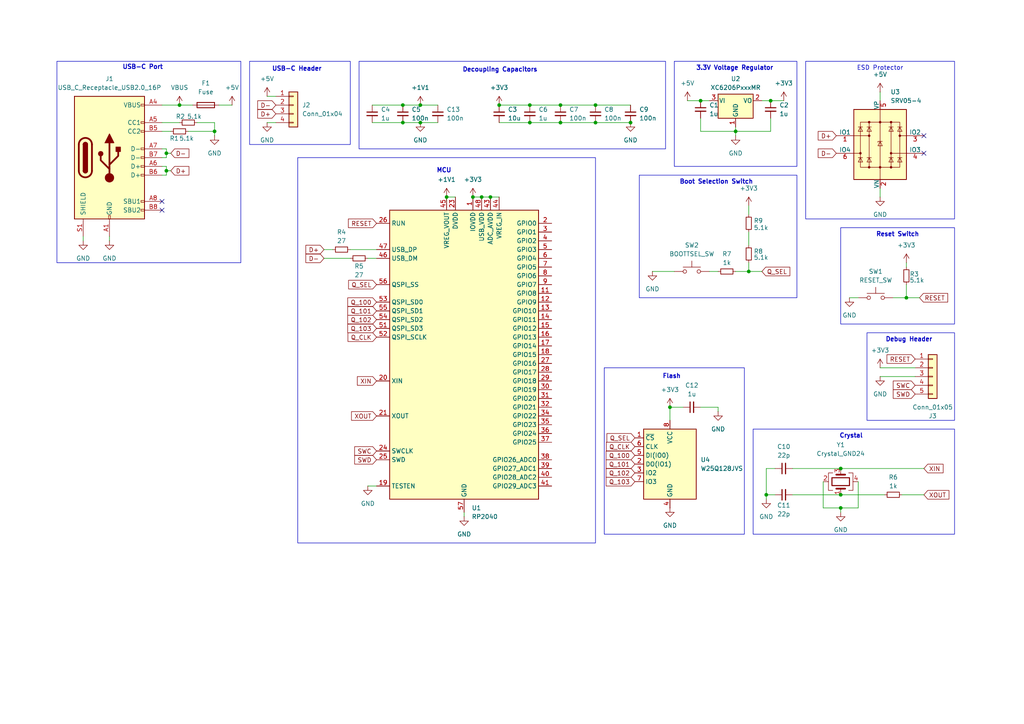
<source format=kicad_sch>
(kicad_sch (version 20231120) (generator "eeschema") (generator_version "8.0")
  (paper "A4")
  (lib_symbols
    (symbol "Connector:USB_C_Receptacle_USB2.0_16P" (pin_names (offset 1.016))
      (property "Reference" "J" (at 0 22.225 0))
      (property "Value" "USB_C_Receptacle_USB2.0_16P" (at 0 19.685 0))
      (symbol "USB_C_Receptacle_USB2.0_16P_0_0"
        (rectangle (start -0.254 -17.78) (end 0.254 -16.764))
        (rectangle (start 10.16 -14.986) (end 9.144 -15.494))
        (rectangle (start 10.16 -12.446) (end 9.144 -12.954))
        (rectangle (start 10.16 -4.826) (end 9.144 -5.334))
        (rectangle (start 10.16 -2.286) (end 9.144 -2.794))
        (rectangle (start 10.16 0.254) (end 9.144 -0.254))
        (rectangle (start 10.16 2.794) (end 9.144 2.286))
        (rectangle (start 10.16 7.874) (end 9.144 7.366))
        (rectangle (start 10.16 10.414) (end 9.144 9.906))
        (rectangle (start 10.16 15.494) (end 9.144 14.986))
      )
      (symbol "USB_C_Receptacle_USB2.0_16P_0_1"
        (rectangle (start -10.16 17.78) (end 10.16 -17.78) (stroke (width 0.254)) (fill (type background)))
        (arc (start -8.89 -3.81) (mid -6.985 -5.7067) (end -5.08 -3.81) (stroke (width 0.508)))
        (arc (start -7.62 -3.81) (mid -6.985 -4.4423) (end -6.35 -3.81) (stroke (width 0.254)))
        (arc (start -7.62 -3.81) (mid -6.985 -4.4423) (end -6.35 -3.81) (stroke (width 0.254)) (fill (type outline)))
        (rectangle (start -7.62 -3.81) (end -6.35 3.81) (stroke (width 0.254)) (fill (type outline)))
        (arc (start -6.35 3.81) (mid -6.985 4.4423) (end -7.62 3.81) (stroke (width 0.254)))
        (arc (start -6.35 3.81) (mid -6.985 4.4423) (end -7.62 3.81) (stroke (width 0.254)) (fill (type outline)))
        (arc (start -5.08 3.81) (mid -6.985 5.7067) (end -8.89 3.81) (stroke (width 0.508)))
        (circle (center -2.54 1.143) (radius 0.635) (stroke (width 0.254)) (fill (type outline)))
        (circle (center 0 -5.842) (radius 1.27) (fill (type outline)))
        (polyline (pts (xy -8.89 -3.81) (xy -8.89 3.81)) (stroke (width 0.508)))
        (polyline (pts (xy -5.08 3.81) (xy -5.08 -3.81)) (stroke (width 0.508)))
        (polyline (pts (xy 0 -5.842) (xy 0 4.318)) (stroke (width 0.508)))
        (polyline (pts (xy 0 -3.302) (xy -2.54 -0.762) (xy -2.54 0.508)) (stroke (width 0.508)))
        (polyline (pts (xy 0 -2.032) (xy 2.54 0.508) (xy 2.54 1.778)) (stroke (width 0.508)))
        (polyline (pts (xy -1.27 4.318) (xy 0 6.858) (xy 1.27 4.318) (xy -1.27 4.318)) (stroke (width 0.254)) (fill (type outline)))
        (rectangle (start 1.905 1.778) (end 3.175 3.048) (stroke (width 0.254)) (fill (type outline)))
      )
      (symbol "USB_C_Receptacle_USB2.0_16P_1_1"
        (pin passive line (at 0 -22.86 90) (length 5.08) (name "GND") (number "A1"))
        (pin passive line (at 0 -22.86 90) (length 5.08) hide (name "GND") (number "A12"))
        (pin passive line (at 15.24 15.24 180) (length 5.08) (name "VBUS") (number "A4"))
        (pin bidirectional line (at 15.24 10.16 180) (length 5.08) (name "CC1") (number "A5"))
        (pin bidirectional line (at 15.24 -2.54 180) (length 5.08) (name "D+") (number "A6"))
        (pin bidirectional line (at 15.24 2.54 180) (length 5.08) (name "D-") (number "A7"))
        (pin bidirectional line (at 15.24 -12.7 180) (length 5.08) (name "SBU1") (number "A8"))
        (pin passive line (at 15.24 15.24 180) (length 5.08) hide (name "VBUS") (number "A9"))
        (pin passive line (at 0 -22.86 90) (length 5.08) hide (name "GND") (number "B1"))
        (pin passive line (at 0 -22.86 90) (length 5.08) hide (name "GND") (number "B12"))
        (pin passive line (at 15.24 15.24 180) (length 5.08) hide (name "VBUS") (number "B4"))
        (pin bidirectional line (at 15.24 7.62 180) (length 5.08) (name "CC2") (number "B5"))
        (pin bidirectional line (at 15.24 -5.08 180) (length 5.08) (name "D+") (number "B6"))
        (pin bidirectional line (at 15.24 0 180) (length 5.08) (name "D-") (number "B7"))
        (pin bidirectional line (at 15.24 -15.24 180) (length 5.08) (name "SBU2") (number "B8"))
        (pin passive line (at 15.24 15.24 180) (length 5.08) hide (name "VBUS") (number "B9"))
        (pin passive line (at -7.62 -22.86 90) (length 5.08) (name "SHIELD") (number "S1"))
      )
    )
    (symbol "Connector_Generic:Conn_01x04" (pin_names (offset 1.016) hide)
      (property "Reference" "J" (at 0 5.08 0))
      (property "Value" "Conn_01x04" (at 0 -7.62 0))
      (symbol "Conn_01x04_1_1"
        (rectangle (start -1.27 -4.953) (end 0 -5.207) (stroke (width 0.1524)))
        (rectangle (start -1.27 -2.413) (end 0 -2.667) (stroke (width 0.1524)))
        (rectangle (start -1.27 0.127) (end 0 -0.127) (stroke (width 0.1524)))
        (rectangle (start -1.27 2.667) (end 0 2.413) (stroke (width 0.1524)))
        (rectangle (start -1.27 3.81) (end 1.27 -6.35) (stroke (width 0.254)) (fill (type background)))
        (pin passive line (at -5.08 2.54 0) (length 3.81) (name "Pin_1") (number "1"))
        (pin passive line (at -5.08 0 0) (length 3.81) (name "Pin_2") (number "2"))
        (pin passive line (at -5.08 -2.54 0) (length 3.81) (name "Pin_3") (number "3"))
        (pin passive line (at -5.08 -5.08 0) (length 3.81) (name "Pin_4") (number "4"))
      )
    )
    (symbol "Connector_Generic:Conn_01x05" (pin_names (offset 1.016) hide)
      (property "Reference" "J" (at 0 7.62 0))
      (property "Value" "Conn_01x05" (at 0 -7.62 0))
      (symbol "Conn_01x05_1_1"
        (rectangle (start -1.27 -4.953) (end 0 -5.207) (stroke (width 0.1524)))
        (rectangle (start -1.27 -2.413) (end 0 -2.667) (stroke (width 0.1524)))
        (rectangle (start -1.27 0.127) (end 0 -0.127) (stroke (width 0.1524)))
        (rectangle (start -1.27 2.667) (end 0 2.413) (stroke (width 0.1524)))
        (rectangle (start -1.27 5.207) (end 0 4.953) (stroke (width 0.1524)))
        (rectangle (start -1.27 6.35) (end 1.27 -6.35) (stroke (width 0.254)) (fill (type background)))
        (pin passive line (at -5.08 5.08 0) (length 3.81) (name "Pin_1") (number "1"))
        (pin passive line (at -5.08 2.54 0) (length 3.81) (name "Pin_2") (number "2"))
        (pin passive line (at -5.08 0 0) (length 3.81) (name "Pin_3") (number "3"))
        (pin passive line (at -5.08 -2.54 0) (length 3.81) (name "Pin_4") (number "4"))
        (pin passive line (at -5.08 -5.08 0) (length 3.81) (name "Pin_5") (number "5"))
      )
    )
    (symbol "Device:C_Small" (pin_numbers hide) (pin_names (offset 0.254) hide)
      (property "Reference" "C" (at 0.254 1.778 0))
      (property "Value" "C_Small" (at 0.254 -2.032 0))
      (symbol "C_Small_0_1"
        (polyline (pts (xy -1.524 -0.508) (xy 1.524 -0.508)) (stroke (width 0.3302)))
        (polyline (pts (xy -1.524 0.508) (xy 1.524 0.508)) (stroke (width 0.3048)))
      )
      (symbol "C_Small_1_1"
        (pin passive line (at 0 2.54 270) (length 2.032) (name "~") (number "1"))
        (pin passive line (at 0 -2.54 90) (length 2.032) (name "~") (number "2"))
      )
    )
    (symbol "Device:Crystal_GND24" (pin_names (offset 1.016) hide)
      (property "Reference" "Y" (at 3.175 5.08 0))
      (property "Value" "Crystal_GND24" (at 3.175 3.175 0))
      (symbol "Crystal_GND24_0_1"
        (rectangle (start -1.143 2.54) (end 1.143 -2.54) (stroke (width 0.3048)))
        (polyline (pts (xy -2.54 0) (xy -2.032 0)))
        (polyline (pts (xy -2.032 -1.27) (xy -2.032 1.27)) (stroke (width 0.508)))
        (polyline (pts (xy 0 -3.81) (xy 0 -3.556)))
        (polyline (pts (xy 0 3.556) (xy 0 3.81)))
        (polyline (pts (xy 2.032 -1.27) (xy 2.032 1.27)) (stroke (width 0.508)))
        (polyline (pts (xy 2.032 0) (xy 2.54 0)))
        (polyline (pts (xy -2.54 -2.286) (xy -2.54 -3.556) (xy 2.54 -3.556) (xy 2.54 -2.286)))
        (polyline (pts (xy -2.54 2.286) (xy -2.54 3.556) (xy 2.54 3.556) (xy 2.54 2.286)))
      )
      (symbol "Crystal_GND24_1_1"
        (pin passive line (at -3.81 0 0) (length 1.27) (name "1") (number "1"))
        (pin passive line (at 0 5.08 270) (length 1.27) (name "2") (number "2"))
        (pin passive line (at 3.81 0 180) (length 1.27) (name "3") (number "3"))
        (pin passive line (at 0 -5.08 90) (length 1.27) (name "4") (number "4"))
      )
    )
    (symbol "Device:Fuse" (pin_numbers hide) (pin_names (offset 0))
      (property "Reference" "F" (at 2.032 0 90))
      (property "Value" "Fuse" (at -1.905 0 90))
      (symbol "Fuse_0_1"
        (rectangle (start -0.762 -2.54) (end 0.762 2.54) (stroke (width 0.254)))
        (polyline (pts (xy 0 2.54) (xy 0 -2.54)))
      )
      (symbol "Fuse_1_1"
        (pin passive line (at 0 3.81 270) (length 1.27) (name "~") (number "1"))
        (pin passive line (at 0 -3.81 90) (length 1.27) (name "~") (number "2"))
      )
    )
    (symbol "Device:R_Small" (pin_numbers hide) (pin_names (offset 0.254) hide)
      (property "Reference" "R" (at 0.762 0.508 0))
      (property "Value" "R_Small" (at 0.762 -1.016 0))
      (symbol "R_Small_0_1"
        (rectangle (start -0.762 1.778) (end 0.762 -1.778) (stroke (width 0.2032)))
      )
      (symbol "R_Small_1_1"
        (pin passive line (at 0 2.54 270) (length 0.762) (name "~") (number "1"))
        (pin passive line (at 0 -2.54 90) (length 0.762) (name "~") (number "2"))
      )
    )
    (symbol "MCU_RaspberryPi:RP2040"
      (property "Reference" "U" (at 17.78 45.72 0))
      (property "Value" "RP2040" (at 17.78 43.18 0))
      (symbol "RP2040_0_1"
        (rectangle (start -21.59 41.91) (end 21.59 -41.91) (stroke (width 0.254)) (fill (type background)))
      )
      (symbol "RP2040_1_1"
        (pin power_in line (at 2.54 45.72 270) (length 3.81) (name "IOVDD") (number "1"))
        (pin passive line (at 2.54 45.72 270) (length 3.81) hide (name "IOVDD") (number "10"))
        (pin bidirectional line (at 25.4 17.78 180) (length 3.81) (name "GPIO8") (number "11"))
        (pin bidirectional line (at 25.4 15.24 180) (length 3.81) (name "GPIO9") (number "12"))
        (pin bidirectional line (at 25.4 12.7 180) (length 3.81) (name "GPIO10") (number "13"))
        (pin bidirectional line (at 25.4 10.16 180) (length 3.81) (name "GPIO11") (number "14"))
        (pin bidirectional line (at 25.4 7.62 180) (length 3.81) (name "GPIO12") (number "15"))
        (pin bidirectional line (at 25.4 5.08 180) (length 3.81) (name "GPIO13") (number "16"))
        (pin bidirectional line (at 25.4 2.54 180) (length 3.81) (name "GPIO14") (number "17"))
        (pin bidirectional line (at 25.4 0 180) (length 3.81) (name "GPIO15") (number "18"))
        (pin input line (at -25.4 -38.1 0) (length 3.81) (name "TESTEN") (number "19"))
        (pin bidirectional line (at 25.4 38.1 180) (length 3.81) (name "GPIO0") (number "2"))
        (pin input line (at -25.4 -7.62 0) (length 3.81) (name "XIN") (number "20"))
        (pin passive line (at -25.4 -17.78 0) (length 3.81) (name "XOUT") (number "21"))
        (pin passive line (at 2.54 45.72 270) (length 3.81) hide (name "IOVDD") (number "22"))
        (pin power_in line (at -2.54 45.72 270) (length 3.81) (name "DVDD") (number "23"))
        (pin input line (at -25.4 -27.94 0) (length 3.81) (name "SWCLK") (number "24"))
        (pin bidirectional line (at -25.4 -30.48 0) (length 3.81) (name "SWD") (number "25"))
        (pin input line (at -25.4 38.1 0) (length 3.81) (name "RUN") (number "26"))
        (pin bidirectional line (at 25.4 -2.54 180) (length 3.81) (name "GPIO16") (number "27"))
        (pin bidirectional line (at 25.4 -5.08 180) (length 3.81) (name "GPIO17") (number "28"))
        (pin bidirectional line (at 25.4 -7.62 180) (length 3.81) (name "GPIO18") (number "29"))
        (pin bidirectional line (at 25.4 35.56 180) (length 3.81) (name "GPIO1") (number "3"))
        (pin bidirectional line (at 25.4 -10.16 180) (length 3.81) (name "GPIO19") (number "30"))
        (pin bidirectional line (at 25.4 -12.7 180) (length 3.81) (name "GPIO20") (number "31"))
        (pin bidirectional line (at 25.4 -15.24 180) (length 3.81) (name "GPIO21") (number "32"))
        (pin passive line (at 2.54 45.72 270) (length 3.81) hide (name "IOVDD") (number "33"))
        (pin bidirectional line (at 25.4 -17.78 180) (length 3.81) (name "GPIO22") (number "34"))
        (pin bidirectional line (at 25.4 -20.32 180) (length 3.81) (name "GPIO23") (number "35"))
        (pin bidirectional line (at 25.4 -22.86 180) (length 3.81) (name "GPIO24") (number "36"))
        (pin bidirectional line (at 25.4 -25.4 180) (length 3.81) (name "GPIO25") (number "37"))
        (pin bidirectional line (at 25.4 -30.48 180) (length 3.81) (name "GPIO26_ADC0") (number "38"))
        (pin bidirectional line (at 25.4 -33.02 180) (length 3.81) (name "GPIO27_ADC1") (number "39"))
        (pin bidirectional line (at 25.4 33.02 180) (length 3.81) (name "GPIO2") (number "4"))
        (pin bidirectional line (at 25.4 -35.56 180) (length 3.81) (name "GPIO28_ADC2") (number "40"))
        (pin bidirectional line (at 25.4 -38.1 180) (length 3.81) (name "GPIO29_ADC3") (number "41"))
        (pin passive line (at 2.54 45.72 270) (length 3.81) hide (name "IOVDD") (number "42"))
        (pin power_in line (at 7.62 45.72 270) (length 3.81) (name "ADC_AVDD") (number "43"))
        (pin power_in line (at 10.16 45.72 270) (length 3.81) (name "VREG_IN") (number "44"))
        (pin power_out line (at -5.08 45.72 270) (length 3.81) (name "VREG_VOUT") (number "45"))
        (pin bidirectional line (at -25.4 27.94 0) (length 3.81) (name "USB_DM") (number "46"))
        (pin bidirectional line (at -25.4 30.48 0) (length 3.81) (name "USB_DP") (number "47"))
        (pin power_in line (at 5.08 45.72 270) (length 3.81) (name "USB_VDD") (number "48"))
        (pin passive line (at 2.54 45.72 270) (length 3.81) hide (name "IOVDD") (number "49"))
        (pin bidirectional line (at 25.4 30.48 180) (length 3.81) (name "GPIO3") (number "5"))
        (pin passive line (at -2.54 45.72 270) (length 3.81) hide (name "DVDD") (number "50"))
        (pin bidirectional line (at -25.4 7.62 0) (length 3.81) (name "QSPI_SD3") (number "51"))
        (pin output line (at -25.4 5.08 0) (length 3.81) (name "QSPI_SCLK") (number "52"))
        (pin bidirectional line (at -25.4 15.24 0) (length 3.81) (name "QSPI_SD0") (number "53"))
        (pin bidirectional line (at -25.4 10.16 0) (length 3.81) (name "QSPI_SD2") (number "54"))
        (pin bidirectional line (at -25.4 12.7 0) (length 3.81) (name "QSPI_SD1") (number "55"))
        (pin bidirectional line (at -25.4 20.32 0) (length 3.81) (name "QSPI_SS") (number "56"))
        (pin power_in line (at 0 -45.72 90) (length 3.81) (name "GND") (number "57"))
        (pin bidirectional line (at 25.4 27.94 180) (length 3.81) (name "GPIO4") (number "6"))
        (pin bidirectional line (at 25.4 25.4 180) (length 3.81) (name "GPIO5") (number "7"))
        (pin bidirectional line (at 25.4 22.86 180) (length 3.81) (name "GPIO6") (number "8"))
        (pin bidirectional line (at 25.4 20.32 180) (length 3.81) (name "GPIO7") (number "9"))
      )
    )
    (symbol "Memory_Flash:W25Q128JVS"
      (property "Reference" "U" (at -8.89 8.89 0))
      (property "Value" "W25Q128JVS" (at 7.62 8.89 0))
      (symbol "W25Q128JVS_0_1"
        (rectangle (start -7.62 10.16) (end 7.62 -10.16) (stroke (width 0.254)) (fill (type background)))
      )
      (symbol "W25Q128JVS_1_1"
        (pin input line (at -10.16 7.62 0) (length 2.54) (name "~{CS}") (number "1"))
        (pin bidirectional line (at -10.16 0 0) (length 2.54) (name "DO(IO1)") (number "2"))
        (pin bidirectional line (at -10.16 -2.54 0) (length 2.54) (name "IO2") (number "3"))
        (pin power_in line (at 0 -12.7 90) (length 2.54) (name "GND") (number "4"))
        (pin bidirectional line (at -10.16 2.54 0) (length 2.54) (name "DI(IO0)") (number "5"))
        (pin input line (at -10.16 5.08 0) (length 2.54) (name "CLK") (number "6"))
        (pin bidirectional line (at -10.16 -5.08 0) (length 2.54) (name "IO3") (number "7"))
        (pin power_in line (at 0 12.7 270) (length 2.54) (name "VCC") (number "8"))
      )
    )
    (symbol "PCM_marbastlib-various:SRV05-4" (pin_names (offset 0))
      (property "Reference" "U" (at -5.08 11.43 0))
      (property "Value" "SRV05-4" (at 2.54 11.43 0))
      (symbol "SRV05-4_0_0"
        (rectangle (start -5.715 6.477) (end 5.715 -6.604))
        (polyline (pts (xy -3.175 -6.604) (xy -3.175 6.477)))
        (polyline (pts (xy 3.175 6.477) (xy 3.175 -6.604)))
      )
      (symbol "SRV05-4_0_1"
        (rectangle (start -7.62 10.16) (end 7.62 -10.16) (stroke (width 0.254)) (fill (type background)))
        (circle (center -5.715 -2.54) (radius 0.2794) (fill (type outline)))
        (circle (center -3.175 -6.604) (radius 0.2794) (fill (type outline)))
        (circle (center -3.175 2.54) (radius 0.2794) (fill (type outline)))
        (circle (center -3.175 6.477) (radius 0.2794) (fill (type outline)))
        (circle (center 0 -6.604) (radius 0.2794) (fill (type outline)))
        (polyline (pts (xy -7.747 2.54) (xy -3.175 2.54)))
        (polyline (pts (xy -7.62 -2.54) (xy -5.715 -2.54)))
        (polyline (pts (xy -5.08 -3.81) (xy -6.35 -3.81)))
        (polyline (pts (xy -5.08 5.08) (xy -6.35 5.08)))
        (polyline (pts (xy -2.54 -3.81) (xy -3.81 -3.81)))
        (polyline (pts (xy -2.54 5.08) (xy -3.81 5.08)))
        (polyline (pts (xy 0 10.16) (xy 0 -10.16)))
        (polyline (pts (xy 3.81 -3.81) (xy 2.54 -3.81)))
        (polyline (pts (xy 3.81 5.08) (xy 2.54 5.08)))
        (polyline (pts (xy 6.35 -3.81) (xy 5.08 -3.81)))
        (polyline (pts (xy 6.35 5.08) (xy 5.08 5.08)))
        (polyline (pts (xy 7.62 -2.54) (xy 3.175 -2.54)))
        (polyline (pts (xy 7.62 2.54) (xy 5.715 2.54)))
        (polyline (pts (xy 0.635 0.889) (xy -0.635 0.889) (xy -0.635 0.635)))
        (polyline (pts (xy -5.08 -5.08) (xy -6.35 -5.08) (xy -5.715 -3.81) (xy -5.08 -5.08)))
        (polyline (pts (xy -5.08 3.81) (xy -6.35 3.81) (xy -5.715 5.08) (xy -5.08 3.81)))
        (polyline (pts (xy -2.54 -5.08) (xy -3.81 -5.08) (xy -3.175 -3.81) (xy -2.54 -5.08)))
        (polyline (pts (xy -2.54 3.81) (xy -3.81 3.81) (xy -3.175 5.08) (xy -2.54 3.81)))
        (polyline (pts (xy 0.635 -0.381) (xy -0.635 -0.381) (xy 0 0.889) (xy 0.635 -0.381)))
        (polyline (pts (xy 3.81 -5.08) (xy 2.54 -5.08) (xy 3.175 -3.81) (xy 3.81 -5.08)))
        (polyline (pts (xy 3.81 3.81) (xy 2.54 3.81) (xy 3.175 5.08) (xy 3.81 3.81)))
        (polyline (pts (xy 6.35 -5.08) (xy 5.08 -5.08) (xy 5.715 -3.81) (xy 6.35 -5.08)))
        (polyline (pts (xy 6.35 3.81) (xy 5.08 3.81) (xy 5.715 5.08) (xy 6.35 3.81)))
        (circle (center 0 6.477) (radius 0.2794) (fill (type outline)))
        (circle (center 3.175 -6.604) (radius 0.2794) (fill (type outline)))
        (circle (center 3.175 -2.54) (radius 0.2794) (fill (type outline)))
        (circle (center 3.175 6.477) (radius 0.2794) (fill (type outline)))
        (circle (center 5.715 2.54) (radius 0.2794) (fill (type outline)))
      )
      (symbol "SRV05-4_1_1"
        (pin passive line (at -12.7 2.54 0) (length 5.08) (name "IO1") (number "1"))
        (pin passive line (at 0 -12.7 90) (length 2.54) (name "VN") (number "2"))
        (pin passive line (at 12.7 2.54 180) (length 5.08) (name "IO2") (number "3"))
        (pin passive line (at 12.7 -2.54 180) (length 5.08) (name "IO3") (number "4"))
        (pin passive line (at 0 12.7 270) (length 2.54) (name "VP") (number "5"))
        (pin passive line (at -12.7 -2.54 0) (length 5.08) (name "IO4") (number "6"))
      )
    )
    (symbol "Regulator_Linear:XC6206PxxxMR" (pin_names (offset 0.254))
      (property "Reference" "U" (at -3.81 3.175 0))
      (property "Value" "XC6206PxxxMR" (at 0 3.175 0))
      (symbol "XC6206PxxxMR_0_1"
        (rectangle (start -5.08 1.905) (end 5.08 -5.08) (stroke (width 0.254)) (fill (type background)))
      )
      (symbol "XC6206PxxxMR_1_1"
        (pin power_in line (at 0 -7.62 90) (length 2.54) (name "GND") (number "1"))
        (pin power_out line (at 7.62 0 180) (length 2.54) (name "VO") (number "2"))
        (pin power_in line (at -7.62 0 0) (length 2.54) (name "VI") (number "3"))
      )
    )
    (symbol "Switch:SW_Push" (pin_numbers hide) (pin_names (offset 1.016) hide)
      (property "Reference" "SW" (at 1.27 2.54 0))
      (property "Value" "SW_Push" (at 0 -1.524 0))
      (symbol "SW_Push_0_1"
        (circle (center -2.032 0) (radius 0.508))
        (polyline (pts (xy 0 1.27) (xy 0 3.048)))
        (polyline (pts (xy 2.54 1.27) (xy -2.54 1.27)))
        (circle (center 2.032 0) (radius 0.508))
        (pin passive line (at -5.08 0 0) (length 2.54) (name "1") (number "1"))
        (pin passive line (at 5.08 0 180) (length 2.54) (name "2") (number "2"))
      )
    )
    (symbol "power:+1V1" (power) (pin_numbers hide) (pin_names (offset 0) hide)
      (property "Value" "+1V1" (at 0 3.556 0))
      (symbol "+1V1_0_1"
        (polyline (pts (xy -0.762 1.27) (xy 0 2.54)))
        (polyline (pts (xy 0 0) (xy 0 2.54)))
        (polyline (pts (xy 0 2.54) (xy 0.762 1.27)))
      )
      (symbol "+1V1_1_1"
        (pin power_in line (at 0 0 90) (length 0) (name "~") (number "1"))
      )
    )
    (symbol "power:+3V3" (power) (pin_numbers hide) (pin_names (offset 0) hide)
      (property "Value" "+3V3" (at 0 3.556 0))
      (symbol "+3V3_0_1"
        (polyline (pts (xy -0.762 1.27) (xy 0 2.54)))
        (polyline (pts (xy 0 0) (xy 0 2.54)))
        (polyline (pts (xy 0 2.54) (xy 0.762 1.27)))
      )
      (symbol "+3V3_1_1"
        (pin power_in line (at 0 0 90) (length 0) (name "~") (number "1"))
      )
    )
    (symbol "power:+5V" (power) (pin_numbers hide) (pin_names (offset 0) hide)
      (property "Value" "+5V" (at 0 3.556 0))
      (symbol "+5V_0_1"
        (polyline (pts (xy -0.762 1.27) (xy 0 2.54)))
        (polyline (pts (xy 0 0) (xy 0 2.54)))
        (polyline (pts (xy 0 2.54) (xy 0.762 1.27)))
      )
      (symbol "+5V_1_1"
        (pin power_in line (at 0 0 90) (length 0) (name "~") (number "1"))
      )
    )
    (symbol "power:GND" (power) (pin_numbers hide) (pin_names (offset 0) hide)
      (property "Value" "GND" (at 0 -3.81 0))
      (symbol "GND_0_1"
        (polyline (pts (xy 0 0) (xy 0 -1.27) (xy 1.27 -1.27) (xy 0 -2.54) (xy -1.27 -1.27) (xy 0 -1.27)))
      )
      (symbol "GND_1_1"
        (pin power_in line (at 0 0 270) (length 0) (name "~") (number "1"))
      )
    )
    (symbol "power:VBUS" (power) (pin_numbers hide) (pin_names (offset 0) hide)
      (property "Value" "VBUS" (at 0 3.556 0))
      (symbol "VBUS_0_1"
        (polyline (pts (xy -0.762 1.27) (xy 0 2.54)))
        (polyline (pts (xy 0 0) (xy 0 2.54)))
        (polyline (pts (xy 0 2.54) (xy 0.762 1.27)))
      )
      (symbol "VBUS_1_1"
        (pin power_in line (at 0 0 90) (length 0) (name "~") (number "1"))
      )
    )
  )
  (junction (at 213.36 38.1))
  (junction (at 129.54 57.15))
  (junction (at 116.84 30.48))
  (junction (at 162.56 30.48))
  (junction (at 153.67 35.56))
  (junction (at 217.17 78.74))
  (junction (at 222.25 143.51))
  (junction (at 223.52 29.21))
  (junction (at 121.92 30.48))
  (junction (at 52.07 30.48))
  (junction (at 116.84 35.56))
  (junction (at 62.23 38.1))
  (junction (at 144.78 30.48))
  (junction (at 243.84 143.51))
  (junction (at 172.72 35.56))
  (junction (at 243.84 135.89))
  (junction (at 262.89 86.36))
  (junction (at 194.31 118.11))
  (junction (at 243.84 147.32))
  (junction (at 162.56 35.56))
  (junction (at 121.92 35.56))
  (junction (at 203.2 29.21))
  (junction (at 172.72 30.48))
  (junction (at 137.16 57.15))
  (junction (at 139.7 57.15))
  (junction (at 48.26 49.53))
  (junction (at 142.24 57.15))
  (junction (at 48.26 44.45))
  (junction (at 182.88 35.56))
  (junction (at 153.67 30.48))
  (no_connect (at 267.97 39.37))
  (no_connect (at 46.99 60.96))
  (no_connect (at 46.99 58.42))
  (no_connect (at 267.97 44.45))
  (wire (pts (xy 48.26 44.45) (xy 48.26 45.72)))
  (wire (pts (xy 262.89 82.55) (xy 262.89 86.36)))
  (wire (pts (xy 223.52 29.21) (xy 227.33 29.21)))
  (wire (pts (xy 208.28 118.11) (xy 208.28 119.38)))
  (wire (pts (xy 134.62 148.59) (xy 134.62 149.86)))
  (wire (pts (xy 213.36 36.83) (xy 213.36 38.1)))
  (wire (pts (xy 243.84 143.51) (xy 256.54 143.51)))
  (wire (pts (xy 229.87 135.89) (xy 243.84 135.89)))
  (wire (pts (xy 248.92 139.7) (xy 248.92 147.32)))
  (wire (pts (xy 101.6 72.39) (xy 109.22 72.39)))
  (wire (pts (xy 46.99 35.56) (xy 52.07 35.56)))
  (wire (pts (xy 153.67 35.56) (xy 162.56 35.56)))
  (wire (pts (xy 229.87 143.51) (xy 243.84 143.51)))
  (wire (pts (xy 222.25 143.51) (xy 224.79 143.51)))
  (wire (pts (xy 121.92 30.48) (xy 127 30.48)))
  (wire (pts (xy 213.36 39.37) (xy 213.36 38.1)))
  (wire (pts (xy 255.27 106.68) (xy 265.43 106.68)))
  (wire (pts (xy 220.98 78.74) (xy 217.17 78.74)))
  (wire (pts (xy 246.38 86.36) (xy 248.92 86.36)))
  (wire (pts (xy 162.56 35.56) (xy 172.72 35.56)))
  (wire (pts (xy 220.98 29.21) (xy 223.52 29.21)))
  (wire (pts (xy 48.26 43.18) (xy 48.26 44.45)))
  (wire (pts (xy 129.54 57.15) (xy 132.08 57.15)))
  (wire (pts (xy 54.61 38.1) (xy 62.23 38.1)))
  (wire (pts (xy 222.25 144.78) (xy 222.25 143.51)))
  (wire (pts (xy 46.99 50.8) (xy 48.26 50.8)))
  (wire (pts (xy 199.39 29.21) (xy 203.2 29.21)))
  (wire (pts (xy 238.76 147.32) (xy 243.84 147.32)))
  (wire (pts (xy 255.27 109.22) (xy 265.43 109.22)))
  (wire (pts (xy 203.2 38.1) (xy 213.36 38.1)))
  (wire (pts (xy 46.99 30.48) (xy 52.07 30.48)))
  (wire (pts (xy 116.84 30.48) (xy 121.92 30.48)))
  (wire (pts (xy 142.24 57.15) (xy 144.78 57.15)))
  (wire (pts (xy 198.12 118.11) (xy 194.31 118.11)))
  (wire (pts (xy 189.23 78.74) (xy 195.58 78.74)))
  (wire (pts (xy 24.13 69.85) (xy 24.13 68.58)))
  (wire (pts (xy 217.17 67.31) (xy 217.17 71.12)))
  (wire (pts (xy 48.26 48.26) (xy 48.26 49.53)))
  (wire (pts (xy 48.26 49.53) (xy 48.26 50.8)))
  (wire (pts (xy 62.23 38.1) (xy 62.23 35.56)))
  (wire (pts (xy 217.17 76.2) (xy 217.17 78.74)))
  (wire (pts (xy 107.95 35.56) (xy 116.84 35.56)))
  (wire (pts (xy 213.36 38.1) (xy 223.52 38.1)))
  (wire (pts (xy 107.95 30.48) (xy 116.84 30.48)))
  (wire (pts (xy 77.47 35.56) (xy 80.01 35.56)))
  (wire (pts (xy 203.2 34.29) (xy 203.2 38.1)))
  (wire (pts (xy 46.99 43.18) (xy 48.26 43.18)))
  (wire (pts (xy 48.26 44.45) (xy 49.53 44.45)))
  (wire (pts (xy 222.25 135.89) (xy 222.25 143.51)))
  (wire (pts (xy 137.16 57.15) (xy 139.7 57.15)))
  (wire (pts (xy 77.47 27.94) (xy 80.01 27.94)))
  (wire (pts (xy 129.54 57.15) (xy 129.54 58.42)))
  (wire (pts (xy 208.28 78.74) (xy 205.74 78.74)))
  (wire (pts (xy 203.2 29.21) (xy 205.74 29.21)))
  (wire (pts (xy 262.89 76.2) (xy 262.89 77.47)))
  (wire (pts (xy 144.78 30.48) (xy 153.67 30.48)))
  (wire (pts (xy 262.89 86.36) (xy 266.7 86.36)))
  (wire (pts (xy 267.97 143.51) (xy 261.62 143.51)))
  (wire (pts (xy 46.99 38.1) (xy 49.53 38.1)))
  (wire (pts (xy 48.26 49.53) (xy 49.53 49.53)))
  (wire (pts (xy 243.84 148.59) (xy 243.84 147.32)))
  (wire (pts (xy 223.52 34.29) (xy 223.52 38.1)))
  (wire (pts (xy 63.5 30.48) (xy 67.31 30.48)))
  (wire (pts (xy 172.72 35.56) (xy 182.88 35.56)))
  (wire (pts (xy 255.27 57.15) (xy 255.27 54.61)))
  (wire (pts (xy 217.17 59.69) (xy 217.17 62.23)))
  (wire (pts (xy 194.31 118.11) (xy 194.31 121.92)))
  (wire (pts (xy 153.67 30.48) (xy 162.56 30.48)))
  (wire (pts (xy 93.98 72.39) (xy 96.52 72.39)))
  (wire (pts (xy 46.99 48.26) (xy 48.26 48.26)))
  (wire (pts (xy 267.97 135.89) (xy 243.84 135.89)))
  (wire (pts (xy 31.75 69.85) (xy 31.75 68.58)))
  (wire (pts (xy 48.26 45.72) (xy 46.99 45.72)))
  (wire (pts (xy 144.78 35.56) (xy 153.67 35.56)))
  (wire (pts (xy 62.23 35.56) (xy 57.15 35.56)))
  (wire (pts (xy 62.23 39.37) (xy 62.23 38.1)))
  (wire (pts (xy 93.98 74.93) (xy 101.6 74.93)))
  (wire (pts (xy 116.84 35.56) (xy 121.92 35.56)))
  (wire (pts (xy 224.79 135.89) (xy 222.25 135.89)))
  (wire (pts (xy 52.07 30.48) (xy 55.88 30.48)))
  (wire (pts (xy 217.17 78.74) (xy 213.36 78.74)))
  (wire (pts (xy 106.68 140.97) (xy 109.22 140.97)))
  (wire (pts (xy 238.76 139.7) (xy 238.76 147.32)))
  (wire (pts (xy 106.68 74.93) (xy 109.22 74.93)))
  (wire (pts (xy 259.08 86.36) (xy 262.89 86.36)))
  (wire (pts (xy 172.72 30.48) (xy 182.88 30.48)))
  (wire (pts (xy 121.92 35.56) (xy 127 35.56)))
  (wire (pts (xy 255.27 26.67) (xy 255.27 29.21)))
  (wire (pts (xy 139.7 57.15) (xy 142.24 57.15)))
  (wire (pts (xy 203.2 118.11) (xy 208.28 118.11)))
  (wire (pts (xy 162.56 30.48) (xy 172.72 30.48)))
  (wire (pts (xy 243.84 147.32) (xy 248.92 147.32)))
  (rectangle (start 243.84 66.04) (end 276.86 93.98))
  (rectangle (start 72.39 17.78) (end 101.6 41.91))
  (rectangle (start 195.58 17.78) (end 231.14 48.26))
  (rectangle (start 185.42 50.8) (end 231.14 86.36))
  (rectangle (start 16.51 17.78) (end 69.85 76.2))
  (rectangle (start 86.36 45.72) (end 172.72 157.48))
  (rectangle (start 251.46 96.52) (end 276.86 121.92))
  (rectangle (start 175.26 106.68) (end 215.9 154.94))
  (rectangle (start 233.68 17.78) (end 276.86 63.5))
  (rectangle (start 104.14 17.78) (end 193.04 43.18))
  (rectangle (start 218.44 124.46) (end 276.86 154.94))
  (text "ESD Protector" (at 255.27 19.812 0) (effects (font (size 1.27 1.27))))
  (text "USB-C Header" (at 86.106 20.066 0) (effects (font (size 1.27 1.27) (bold yes))))
  (text "Flash" (at 194.818 109.22 0) (effects (font (size 1.27 1.27) (bold yes))))
  (text "Boot Selection Switch" (at 207.772 52.832 0) (effects (font (size 1.27 1.27) (bold yes))))
  (text "USB-C Port" (at 41.402 19.558 0) (effects (font (size 1.27 1.27) (bold yes))))
  (text "MCU" (at 128.778 49.53 0) (effects (font (size 1.27 1.27) (bold yes))))
  (text "Crystal" (at 246.888 126.492 0) (effects (font (size 1.27 1.27) (bold yes))))
  (text "3.3V Voltage Regulator" (at 213.106 19.812 0) (effects (font (size 1.27 1.27) (thickness 0.254) (bold yes))))
  (text "Decoupling Capacitors" (at 145.034 20.32 0) (effects (font (size 1.27 1.27) (thickness 0.254) (bold yes))))
  (text "Reset Switch" (at 260.35 68.072 0) (effects (font (size 1.27 1.27) (bold yes))))
  (text "Debug Header" (at 263.652 98.552 0) (effects (font (size 1.27 1.27) (thickness 0.254) (bold yes))))
  (global_label "XIN" (shape input) (at 267.97 135.89 0) (property "Intersheetrefs" "${INTERSHEET_REFS}" (effects (hide yes))))
  (global_label "RESET" (shape input) (at 109.22 64.77 180) (property "Intersheetrefs" "${INTERSHEET_REFS}" (effects (hide yes))))
  (global_label "D+" (shape input) (at 80.01 33.02 180) (property "Intersheetrefs" "${INTERSHEET_REFS}" (effects (hide yes))))
  (global_label "XOUT" (shape input) (at 267.97 143.51 0) (property "Intersheetrefs" "${INTERSHEET_REFS}" (effects (hide yes))))
  (global_label "D+" (shape input) (at 93.98 72.39 180) (property "Intersheetrefs" "${INTERSHEET_REFS}" (effects (hide yes))))
  (global_label "Q_CLK" (shape input) (at 184.15 129.54 180) (property "Intersheetrefs" "${INTERSHEET_REFS}" (effects (hide yes))))
  (global_label "SWD" (shape input) (at 109.22 133.35 180) (property "Intersheetrefs" "${INTERSHEET_REFS}" (effects (hide yes))))
  (global_label "Q_100" (shape input) (at 109.22 87.63 180) (property "Intersheetrefs" "${INTERSHEET_REFS}" (effects (hide yes))))
  (global_label "SWC" (shape input) (at 109.22 130.81 180) (property "Intersheetrefs" "${INTERSHEET_REFS}" (effects (hide yes))))
  (global_label "Q_SEL" (shape input) (at 184.15 127 180) (property "Intersheetrefs" "${INTERSHEET_REFS}" (effects (hide yes))))
  (global_label "Q_102" (shape input) (at 109.22 92.71 180) (property "Intersheetrefs" "${INTERSHEET_REFS}" (effects (hide yes))))
  (global_label "Q_103" (shape input) (at 109.22 95.25 180) (property "Intersheetrefs" "${INTERSHEET_REFS}" (effects (hide yes))))
  (global_label "D-" (shape input) (at 93.98 74.93 180) (property "Intersheetrefs" "${INTERSHEET_REFS}" (effects (hide yes))))
  (global_label "Q_102" (shape input) (at 184.15 137.16 180) (property "Intersheetrefs" "${INTERSHEET_REFS}" (effects (hide yes))))
  (global_label "D+" (shape input) (at 49.53 49.53 0) (property "Intersheetrefs" "${INTERSHEET_REFS}" (effects (hide yes))))
  (global_label "Q_SEL" (shape input) (at 109.22 82.55 180) (property "Intersheetrefs" "${INTERSHEET_REFS}" (effects (hide yes))))
  (global_label "D+" (shape input) (at 242.57 39.37 180) (property "Intersheetrefs" "${INTERSHEET_REFS}" (effects (hide yes))))
  (global_label "XOUT" (shape input) (at 109.22 120.65 180) (property "Intersheetrefs" "${INTERSHEET_REFS}" (effects (hide yes))))
  (global_label "XIN" (shape input) (at 109.22 110.49 180) (property "Intersheetrefs" "${INTERSHEET_REFS}" (effects (hide yes))))
  (global_label "RESET" (shape input) (at 265.43 104.14 180) (property "Intersheetrefs" "${INTERSHEET_REFS}" (effects (hide yes))))
  (global_label "D-" (shape input) (at 49.53 44.45 0) (property "Intersheetrefs" "${INTERSHEET_REFS}" (effects (hide yes))))
  (global_label "SWC" (shape input) (at 265.43 111.76 180) (property "Intersheetrefs" "${INTERSHEET_REFS}" (effects (hide yes))))
  (global_label "Q_CLK" (shape input) (at 109.22 97.79 180) (property "Intersheetrefs" "${INTERSHEET_REFS}" (effects (hide yes))))
  (global_label "Q_103" (shape input) (at 184.15 139.7 180) (property "Intersheetrefs" "${INTERSHEET_REFS}" (effects (hide yes))))
  (global_label "D-" (shape input) (at 80.01 30.48 180) (property "Intersheetrefs" "${INTERSHEET_REFS}" (effects (hide yes))))
  (global_label "Q_SEL" (shape input) (at 220.98 78.74 0) (property "Intersheetrefs" "${INTERSHEET_REFS}" (effects (hide yes))))
  (global_label "SWD" (shape input) (at 265.43 114.3 180) (property "Intersheetrefs" "${INTERSHEET_REFS}" (effects (hide yes))))
  (global_label "D-" (shape input) (at 242.57 44.45 180) (property "Intersheetrefs" "${INTERSHEET_REFS}" (effects (hide yes))))
  (global_label "RESET" (shape input) (at 266.7 86.36 0) (property "Intersheetrefs" "${INTERSHEET_REFS}" (effects (hide yes))))
  (global_label "Q_100" (shape input) (at 184.15 132.08 180) (property "Intersheetrefs" "${INTERSHEET_REFS}" (effects (hide yes))))
  (global_label "Q_101" (shape input) (at 109.22 90.17 180) (property "Intersheetrefs" "${INTERSHEET_REFS}" (effects (hide yes))))
  (global_label "Q_101" (shape input) (at 184.15 134.62 180) (property "Intersheetrefs" "${INTERSHEET_REFS}" (effects (hide yes))))
  (symbol (lib_id "power:GND") (at 24.13 69.85 0) (unit 1)
    (property "Reference" "#PWR08" (effects (hide yes)))
    (property "Value" "GND" (at 24.13 74.93 0))
    (property "Description" "Power symbol creates a global label with name \"GND\" , ground" (effects (hide yes)))
  )
  (symbol (lib_id "Connector_Generic:Conn_01x04") (at 85.09 30.48 0) (unit 1)
    (property "Reference" "J2" (at 87.63 30.4799 0) (effects (justify left)))
    (property "Value" "Conn_01x04" (at 87.63 33.0199 0) (effects (justify left)))
    (property "Description" "Generic connector, single row, 01x04, script generated (kicad-library-utils/schlib/autogen/connector/)" (effects (hide yes)))
  )
  (symbol (lib_id "power:GND") (at 77.47 35.56 0) (unit 1)
    (property "Reference" "#PWR07" (effects (hide yes)))
    (property "Value" "GND" (at 77.47 40.64 0))
    (property "Description" "Power symbol creates a global label with name \"GND\" , ground" (effects (hide yes)))
  )
  (symbol (lib_id "Device:C_Small") (at 127 33.02 0) (unit 1)
    (property "Reference" "C13" (at 129.54 31.7562 0) (effects (justify left)))
    (property "Value" "100n" (at 129.54 34.2962 0) (effects (justify left)))
    (property "Description" "Unpolarized capacitor, small symbol" (effects (hide yes)))
  )
  (symbol (lib_id "MCU_RaspberryPi:RP2040") (at 134.62 102.87 0) (unit 1)
    (property "Reference" "U1" (at 136.8141 147.32 0) (effects (justify left)))
    (property "Value" "RP2040" (at 136.8141 149.86 0) (effects (justify left)))
    (property "Footprint" "Package_DFN_QFN:QFN-56-1EP_7x7mm_P0.4mm_EP3.2x3.2mm" (effects (hide yes)))
    (property "Datasheet" "https://datasheets.raspberrypi.com/rp2040/rp2040-datasheet.pdf" (effects (hide yes)))
    (property "Description" "A microcontroller by Raspberry Pi" (effects (hide yes)))
  )
  (symbol (lib_id "power:+1V1") (at 121.92 30.48 0) (unit 1)
    (property "Reference" "#PWR015" (effects (hide yes)))
    (property "Value" "+1V1" (at 121.92 25.4 0))
    (property "Description" "Power symbol creates a global label with name \"+1V1\"" (effects (hide yes)))
  )
  (symbol (lib_id "Device:C_Small") (at 153.67 33.02 0) (unit 1)
    (property "Reference" "C6" (at 156.21 31.7562 0) (effects (justify left)))
    (property "Value" "1u" (at 156.21 34.2962 0) (effects (justify left)))
    (property "Description" "Unpolarized capacitor, small symbol" (effects (hide yes)))
  )
  (symbol (lib_id "Device:R_Small") (at 52.07 38.1 90) (unit 1)
    (property "Reference" "R1" (at 50.546 40.132 90))
    (property "Value" "5.1k" (at 54.102 40.132 90))
    (property "Description" "Resistor, small symbol" (effects (hide yes)))
  )
  (symbol (lib_id "Device:C_Small") (at 182.88 33.02 0) (unit 1)
    (property "Reference" "C9" (at 185.42 31.7562 0) (effects (justify left)))
    (property "Value" "100n" (at 185.42 34.2962 0) (effects (justify left)))
    (property "Description" "Unpolarized capacitor, small symbol" (effects (hide yes)))
  )
  (symbol (lib_id "Device:Fuse") (at 59.69 30.48 90) (unit 1)
    (property "Reference" "F1" (at 59.69 24.13 90))
    (property "Value" "Fuse" (at 59.69 26.67 90))
    (property "Description" "Fuse" (effects (hide yes)))
  )
  (symbol (lib_id "power:+3V3") (at 217.17 59.69 0) (unit 1)
    (property "Reference" "#PWR029" (effects (hide yes)))
    (property "Value" "+3V3" (at 217.17 54.61 0))
    (property "Description" "Power symbol creates a global label with name \"+3V3\"" (effects (hide yes)))
  )
  (symbol (lib_id "PCM_marbastlib-various:SRV05-4") (at 255.27 41.91 0) (unit 1)
    (property "Reference" "U3" (at 258.2865 26.67 0) (effects (justify left)))
    (property "Value" "SRV05-4" (at 258.2865 29.21 0) (effects (justify left)))
    (property "Footprint" "PCM_marbastlib-various:SOT-23-6-routable" (effects (hide yes)))
    (property "Datasheet" "http://www.onsemi.com/pub/Collateral/SRV05-4-D.PDF" (effects (hide yes)))
    (property "Description" "ESD Protection Diodes with Low Clamping Voltage, SOT-23-6" (effects (hide yes)))
  )
  (symbol (lib_id "power:+3V3") (at 144.78 30.48 0) (unit 1)
    (property "Reference" "#PWR014" (effects (hide yes)))
    (property "Value" "+3V3" (at 144.78 25.4 0))
    (property "Description" "Power symbol creates a global label with name \"+3V3\"" (effects (hide yes)))
  )
  (symbol (lib_id "power:GND") (at 194.31 147.32 0) (unit 1)
    (property "Reference" "#PWR025" (effects (hide yes)))
    (property "Value" "GND" (at 194.31 152.4 0))
    (property "Description" "Power symbol creates a global label with name \"GND\" , ground" (effects (hide yes)))
  )
  (symbol (lib_id "power:+3V3") (at 137.16 57.15 0) (unit 1)
    (property "Reference" "#PWR012" (effects (hide yes)))
    (property "Value" "+3V3" (at 137.16 52.07 0))
    (property "Description" "Power symbol creates a global label with name \"+3V3\"" (effects (hide yes)))
  )
  (symbol (lib_id "power:GND") (at 106.68 140.97 0) (unit 1)
    (property "Reference" "#PWR031" (effects (hide yes)))
    (property "Value" "GND" (at 106.68 146.05 0))
    (property "Description" "Power symbol creates a global label with name \"GND\" , ground" (effects (hide yes)))
  )
  (symbol (lib_id "Switch:SW_Push") (at 254 86.36 0) (unit 1)
    (property "Reference" "SW1" (at 254 78.74 0))
    (property "Value" "RESET_SW" (at 254 81.28 0))
    (property "Description" "Push button switch, generic, two pins" (effects (hide yes)))
  )
  (symbol (lib_id "Device:R_Small") (at 259.08 143.51 90) (unit 1)
    (property "Reference" "R6" (at 259.08 138.43 90))
    (property "Value" "1k" (at 259.08 140.97 90))
    (property "Description" "Resistor, small symbol" (effects (hide yes)))
  )
  (symbol (lib_id "power:GND") (at 189.23 78.74 0) (unit 1)
    (property "Reference" "#PWR028" (effects (hide yes)))
    (property "Value" "GND" (at 189.23 83.82 0))
    (property "Description" "Power symbol creates a global label with name \"GND\" , ground" (effects (hide yes)))
  )
  (symbol (lib_id "Switch:SW_Push") (at 200.66 78.74 0) (unit 1)
    (property "Reference" "SW2" (at 200.66 71.12 0))
    (property "Value" "BOOTTSEL_SW" (at 200.66 73.66 0))
    (property "Description" "Push button switch, generic, two pins" (effects (hide yes)))
  )
  (symbol (lib_id "power:+3V3") (at 194.31 118.11 0) (unit 1)
    (property "Reference" "#PWR027" (effects (hide yes)))
    (property "Value" "+3V3" (at 194.31 113.03 0))
    (property "Description" "Power symbol creates a global label with name \"+3V3\"" (effects (hide yes)))
  )
  (symbol (lib_id "Device:R_Small") (at 210.82 78.74 90) (unit 1)
    (property "Reference" "R7" (at 210.82 73.66 90))
    (property "Value" "1k" (at 210.82 76.2 90))
    (property "Description" "Resistor, small symbol" (effects (hide yes)))
  )
  (symbol (lib_id "power:GND") (at 246.38 86.36 0) (unit 1)
    (property "Reference" "#PWR019" (effects (hide yes)))
    (property "Value" "GND" (at 246.38 91.44 0))
    (property "Description" "Power symbol creates a global label with name \"GND\" , ground" (effects (hide yes)))
  )
  (symbol (lib_id "Device:C_Small") (at 227.33 143.51 90) (unit 1)
    (property "Reference" "C11" (at 227.33 146.558 90))
    (property "Value" "22p" (at 227.33 149.098 90))
    (property "Description" "Unpolarized capacitor, small symbol" (effects (hide yes)))
  )
  (symbol (lib_id "Device:C_Small") (at 203.2 31.75 0) (unit 1)
    (property "Reference" "C1" (at 205.74 30.4862 0) (effects (justify left)))
    (property "Value" "1u" (at 205.74 33.0262 0) (effects (justify left)))
    (property "Description" "Unpolarized capacitor, small symbol" (effects (hide yes)))
  )
  (symbol (lib_id "Device:R_Small") (at 54.61 35.56 90) (unit 1)
    (property "Reference" "R2" (at 52.324 33.782 90))
    (property "Value" "5.1k" (at 56.388 33.782 90))
    (property "Description" "Resistor, small symbol" (effects (hide yes)))
  )
  (symbol (lib_id "power:+5V") (at 255.27 26.67 0) (unit 1)
    (property "Reference" "#PWR010" (effects (hide yes)))
    (property "Value" "+5V" (at 255.27 21.59 0))
    (property "Description" "Power symbol creates a global label with name \"+5V\"" (effects (hide yes)))
  )
  (symbol (lib_id "power:GND") (at 208.28 119.38 0) (unit 1)
    (property "Reference" "#PWR026" (effects (hide yes)))
    (property "Value" "GND" (at 208.28 124.46 0))
    (property "Description" "Power symbol creates a global label with name \"GND\" , ground" (effects (hide yes)))
  )
  (symbol (lib_id "Connector_Generic:Conn_01x05") (at 270.51 109.22 0) (unit 1)
    (property "Reference" "J3" (at 270.51 120.65 0))
    (property "Value" "Conn_01x05" (at 270.51 118.11 0))
    (property "Description" "Generic connector, single row, 01x05, script generated (kicad-library-utils/schlib/autogen/connector/)" (effects (hide yes)))
  )
  (symbol (lib_id "Device:C_Small") (at 172.72 33.02 0) (unit 1)
    (property "Reference" "C8" (at 175.26 31.7562 0) (effects (justify left)))
    (property "Value" "100n" (at 175.26 34.2962 0) (effects (justify left)))
    (property "Description" "Unpolarized capacitor, small symbol" (effects (hide yes)))
  )
  (symbol (lib_id "power:+3V3") (at 262.89 76.2 0) (unit 1)
    (property "Reference" "#PWR018" (effects (hide yes)))
    (property "Value" "+3V3" (at 262.89 71.12 0))
    (property "Description" "Power symbol creates a global label with name \"+3V3\"" (effects (hide yes)))
  )
  (symbol (lib_id "Device:C_Small") (at 162.56 33.02 0) (unit 1)
    (property "Reference" "C7" (at 165.1 31.7562 0) (effects (justify left)))
    (property "Value" "100n" (at 165.1 34.2962 0) (effects (justify left)))
    (property "Description" "Unpolarized capacitor, small symbol" (effects (hide yes)))
  )
  (symbol (lib_id "power:+1V1") (at 129.54 57.15 0) (unit 1)
    (property "Reference" "#PWR013" (effects (hide yes)))
    (property "Value" "+1V1" (at 129.54 52.07 0))
    (property "Description" "Power symbol creates a global label with name \"+1V1\"" (effects (hide yes)))
  )
  (symbol (lib_id "power:+5V") (at 77.47 27.94 0) (unit 1)
    (property "Reference" "#PWR02" (effects (hide yes)))
    (property "Value" "+5V" (at 77.47 22.86 0))
    (property "Description" "Power symbol creates a global label with name \"+5V\"" (effects (hide yes)))
  )
  (symbol (lib_id "Device:R_Small") (at 217.17 73.66 0) (unit 1)
    (property "Reference" "R8" (at 219.964 72.898 0))
    (property "Value" "5.1k" (at 220.726 74.676 0))
    (property "Description" "Resistor, small symbol" (effects (hide yes)))
  )
  (symbol (lib_id "power:GND") (at 121.92 35.56 0) (unit 1)
    (property "Reference" "#PWR016" (effects (hide yes)))
    (property "Value" "GND" (at 121.92 40.64 0))
    (property "Description" "Power symbol creates a global label with name \"GND\" , ground" (effects (hide yes)))
  )
  (symbol (lib_id "power:GND") (at 182.88 35.56 0) (unit 1)
    (property "Reference" "#PWR017" (effects (hide yes)))
    (property "Value" "GND" (at 182.88 40.64 0))
    (property "Description" "Power symbol creates a global label with name \"GND\" , ground" (effects (hide yes)))
  )
  (symbol (lib_id "Device:C_Small") (at 223.52 31.75 0) (unit 1)
    (property "Reference" "C2" (at 226.06 30.4862 0) (effects (justify left)))
    (property "Value" "1u" (at 226.06 33.0262 0) (effects (justify left)))
    (property "Description" "Unpolarized capacitor, small symbol" (effects (hide yes)))
  )
  (symbol (lib_id "power:GND") (at 222.25 144.78 0) (unit 1)
    (property "Reference" "#PWR024" (effects (hide yes)))
    (property "Value" "GND" (at 222.25 149.86 0))
    (property "Description" "Power symbol creates a global label with name \"GND\" , ground" (effects (hide yes)))
  )
  (symbol (lib_id "power:VBUS") (at 52.07 30.48 0) (unit 1)
    (property "Reference" "#PWR01" (effects (hide yes)))
    (property "Value" "VBUS" (at 52.07 25.4 0))
    (property "Description" "Power symbol creates a global label with name \"VBUS\"" (effects (hide yes)))
  )
  (symbol (lib_id "power:GND") (at 62.23 39.37 0) (unit 1)
    (property "Reference" "#PWR011" (effects (hide yes)))
    (property "Value" "GND" (at 62.23 44.45 0))
    (property "Description" "Power symbol creates a global label with name \"GND\" , ground" (effects (hide yes)))
  )
  (symbol (lib_id "power:GND") (at 134.62 149.86 0) (unit 1)
    (property "Reference" "#PWR020" (effects (hide yes)))
    (property "Value" "GND" (at 134.62 154.94 0))
    (property "Description" "Power symbol creates a global label with name \"GND\" , ground" (effects (hide yes)))
  )
  (symbol (lib_id "Device:R_Small") (at 99.06 72.39 90) (unit 1)
    (property "Reference" "R4" (at 99.06 67.31 90))
    (property "Value" "27" (at 99.06 69.85 90))
    (property "Description" "Resistor, small symbol" (effects (hide yes)))
  )
  (symbol (lib_id "power:GND") (at 255.27 109.22 0) (unit 1)
    (property "Reference" "#PWR021" (effects (hide yes)))
    (property "Value" "GND" (at 255.27 114.3 0))
    (property "Description" "Power symbol creates a global label with name \"GND\" , ground" (effects (hide yes)))
  )
  (symbol (lib_id "Device:C_Small") (at 144.78 33.02 0) (unit 1)
    (property "Reference" "C3" (at 147.32 31.7562 0) (effects (justify left)))
    (property "Value" "10u" (at 147.32 34.2962 0) (effects (justify left)))
    (property "Description" "Unpolarized capacitor, small symbol" (effects (hide yes)))
  )
  (symbol (lib_id "power:+3V3") (at 255.27 106.68 0) (unit 1)
    (property "Reference" "#PWR022" (effects (hide yes)))
    (property "Value" "+3V3" (at 255.27 101.6 0))
    (property "Description" "Power symbol creates a global label with name \"+3V3\"" (effects (hide yes)))
  )
  (symbol (lib_id "power:GND") (at 243.84 148.59 0) (unit 1)
    (property "Reference" "#PWR023" (effects (hide yes)))
    (property "Value" "GND" (at 243.84 153.67 0))
    (property "Description" "Power symbol creates a global label with name \"GND\" , ground" (effects (hide yes)))
  )
  (symbol (lib_id "Device:C_Small") (at 116.84 33.02 0) (unit 1)
    (property "Reference" "C5" (at 119.38 31.7562 0) (effects (justify left)))
    (property "Value" "100n" (at 119.38 34.2962 0) (effects (justify left)))
    (property "Description" "Unpolarized capacitor, small symbol" (effects (hide yes)))
  )
  (symbol (lib_id "power:+3V3") (at 227.33 29.21 0) (unit 1)
    (property "Reference" "#PWR05" (effects (hide yes)))
    (property "Value" "+3V3" (at 227.33 24.13 0))
    (property "Description" "Power symbol creates a global label with name \"+3V3\"" (effects (hide yes)))
  )
  (symbol (lib_id "power:GND") (at 255.27 57.15 0) (unit 1)
    (property "Reference" "#PWR09" (effects (hide yes)))
    (property "Value" "GND" (at 255.27 62.23 0))
    (property "Description" "Power symbol creates a global label with name \"GND\" , ground" (effects (hide yes)))
  )
  (symbol (lib_id "Regulator_Linear:XC6206PxxxMR") (at 213.36 29.21 0) (unit 1)
    (property "Reference" "U2" (at 213.36 22.86 0))
    (property "Value" "XC6206PxxxMR" (at 213.36 25.4 0))
    (property "Footprint" "Package_TO_SOT_SMD:SOT-23-3" (effects (hide yes)))
    (property "Datasheet" "https://www.torexsemi.com/file/xc6206/XC6206.pdf" (effects (hide yes)))
    (property "Description" "Positive 60-250mA Low Dropout Regulator, Fixed Output, SOT-23" (effects (hide yes)))
  )
  (symbol (lib_id "Device:C_Small") (at 200.66 118.11 90) (unit 1)
    (property "Reference" "C12" (at 200.6663 111.76 90))
    (property "Value" "1u" (at 200.6663 114.3 90))
    (property "Description" "Unpolarized capacitor, small symbol" (effects (hide yes)))
  )
  (symbol (lib_id "power:+5V") (at 199.39 29.21 0) (unit 1)
    (property "Reference" "#PWR04" (effects (hide yes)))
    (property "Value" "+5V" (at 199.39 24.13 0))
    (property "Description" "Power symbol creates a global label with name \"+5V\"" (effects (hide yes)))
  )
  (symbol (lib_id "Device:Crystal_GND24") (at 243.84 139.7 90) (unit 1)
    (property "Reference" "Y1" (at 243.84 129.032 90))
    (property "Value" "Crystal_GND24" (at 243.84 131.572 90))
    (property "Description" "Four pin crystal, GND on pins 2 and 4" (effects (hide yes)))
  )
  (symbol (lib_id "Device:R_Small") (at 217.17 64.77 0) (unit 1)
    (property "Reference" "R9" (at 219.964 64.008 0))
    (property "Value" "5.1k" (at 220.726 66.04 0))
    (property "Description" "Resistor, small symbol" (effects (hide yes)))
  )
  (symbol (lib_id "Device:R_Small") (at 262.89 80.01 0) (unit 1)
    (property "Reference" "R3" (at 265.176 79.502 0))
    (property "Value" "5.1k" (at 265.938 81.28 0))
    (property "Description" "Resistor, small symbol" (effects (hide yes)))
  )
  (symbol (lib_id "Device:C_Small") (at 107.95 33.02 0) (unit 1)
    (property "Reference" "C4" (at 110.49 31.7562 0) (effects (justify left)))
    (property "Value" "1u" (at 110.49 34.2962 0) (effects (justify left)))
    (property "Description" "Unpolarized capacitor, small symbol" (effects (hide yes)))
  )
  (symbol (lib_id "power:+5V") (at 67.31 30.48 0) (unit 1)
    (property "Reference" "#PWR03" (effects (hide yes)))
    (property "Value" "+5V" (at 67.31 25.4 0))
    (property "Description" "Power symbol creates a global label with name \"+5V\"" (effects (hide yes)))
  )
  (symbol (lib_id "Connector:USB_C_Receptacle_USB2.0_16P") (at 31.75 45.72 0) (unit 1)
    (property "Reference" "J1" (at 31.75 22.86 0))
    (property "Value" "USB_C_Receptacle_USB2.0_16P" (at 31.75 25.4 0))
    (property "Datasheet" "https://www.usb.org/sites/default/files/documents/usb_type-c.zip" (effects (hide yes)))
    (property "Description" "USB 2.0-only 16P Type-C Receptacle connector" (effects (hide yes)))
  )
  (symbol (lib_id "Memory_Flash:W25Q128JVS") (at 194.31 134.62 0) (unit 1)
    (property "Reference" "U4" (at 203.2 133.3499 0) (effects (justify left)))
    (property "Value" "W25Q128JVS" (at 203.2 135.8899 0) (effects (justify left)))
    (property "Footprint" "Package_SO:SOIC-8_5.23x5.23mm_P1.27mm" (effects (hide yes)))
    (property "Datasheet" "http://www.winbond.com/resource-files/w25q128jv_dtr%20revc%2003272018%20plus.pdf" (effects (hide yes)))
    (property "Description" "128Mb Serial Flash Memory, Standard/Dual/Quad SPI, SOIC-8" (effects (hide yes)))
  )
  (symbol (lib_id "Device:R_Small") (at 104.14 74.93 270) (unit 1)
    (property "Reference" "R5" (at 104.14 77.216 90))
    (property "Value" "27" (at 104.14 79.756 90))
    (property "Description" "Resistor, small symbol" (effects (hide yes)))
  )
  (symbol (lib_id "power:GND") (at 213.36 39.37 0) (unit 1)
    (property "Reference" "#PWR06" (effects (hide yes)))
    (property "Value" "GND" (at 213.36 44.45 0))
    (property "Description" "Power symbol creates a global label with name \"GND\" , ground" (effects (hide yes)))
  )
  (symbol (lib_id "power:GND") (at 31.75 69.85 0) (unit 1)
    (property "Reference" "#PWR030" (effects (hide yes)))
    (property "Value" "GND" (at 31.75 74.93 0))
    (property "Description" "Power symbol creates a global label with name \"GND\" , ground" (effects (hide yes)))
  )
  (symbol (lib_id "Device:C_Small") (at 227.33 135.89 90) (unit 1)
    (property "Reference" "C10" (at 227.3363 129.54 90))
    (property "Value" "22p" (at 227.3363 132.08 90))
    (property "Description" "Unpolarized capacitor, small symbol" (effects (hide yes)))
  )
)
</source>
